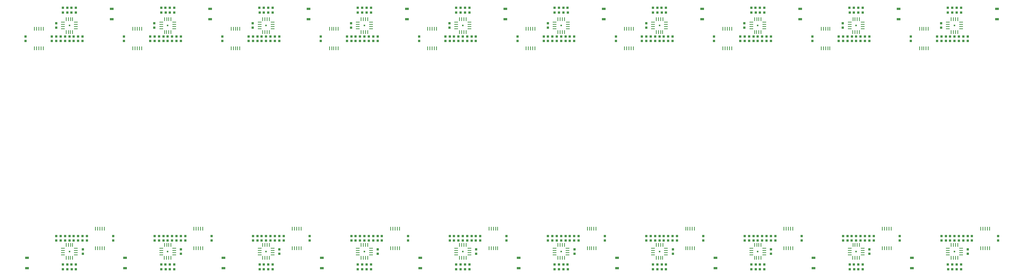
<source format=gbp>
G04 EAGLE Gerber RS-274X export*
G75*
%MOMM*%
%FSLAX34Y34*%
%LPD*%
%INSolderpaste Bottom*%
%IPPOS*%
%AMOC8*
5,1,8,0,0,1.08239X$1,22.5*%
G01*
%ADD10R,0.600000X0.600000*%
%ADD11R,0.250000X0.875000*%
%ADD12R,0.400000X0.400000*%
%ADD13R,0.240000X0.850000*%
%ADD14R,0.850000X0.240000*%
%ADD15R,0.830000X0.630000*%


D10*
X210000Y125000D03*
X210000Y115000D03*
X150000Y125000D03*
X150000Y115000D03*
D11*
X190000Y97375D03*
X185000Y97375D03*
X180000Y97375D03*
X175000Y97375D03*
X170000Y97375D03*
X170000Y142625D03*
X175000Y142625D03*
X180000Y142625D03*
X185000Y142625D03*
X190000Y142625D03*
D10*
X130000Y115000D03*
X130000Y125000D03*
X120000Y125000D03*
X120000Y115000D03*
X110000Y125000D03*
X110000Y115000D03*
X100000Y125000D03*
X100000Y115000D03*
X140000Y115000D03*
X140000Y125000D03*
X80000Y125000D03*
X80000Y115000D03*
X90000Y125000D03*
X90000Y115000D03*
X105100Y49500D03*
X95100Y49500D03*
X125100Y49500D03*
X115100Y49500D03*
X105000Y60000D03*
X95000Y60000D03*
X125000Y60000D03*
X115000Y60000D03*
D12*
X110000Y90000D03*
D13*
X117550Y105000D03*
X112550Y105000D03*
X107550Y105000D03*
X102550Y105000D03*
D14*
X125000Y82450D03*
X125000Y87450D03*
X125000Y92450D03*
X125000Y97450D03*
D13*
X102450Y75000D03*
X107450Y75000D03*
X112450Y75000D03*
X117450Y75000D03*
D14*
X95000Y82450D03*
X95000Y87450D03*
X95000Y92450D03*
X95000Y97450D03*
D10*
X140500Y95000D03*
X140500Y85000D03*
D15*
X12700Y75000D03*
X12700Y52000D03*
D10*
X435069Y125000D03*
X435069Y115000D03*
X375069Y125000D03*
X375069Y115000D03*
D11*
X415069Y97375D03*
X410069Y97375D03*
X405069Y97375D03*
X400069Y97375D03*
X395069Y97375D03*
X395069Y142625D03*
X400069Y142625D03*
X405069Y142625D03*
X410069Y142625D03*
X415069Y142625D03*
D10*
X355069Y115000D03*
X355069Y125000D03*
X345069Y125000D03*
X345069Y115000D03*
X335069Y125000D03*
X335069Y115000D03*
X325069Y125000D03*
X325069Y115000D03*
X365069Y115000D03*
X365069Y125000D03*
X305069Y125000D03*
X305069Y115000D03*
X315069Y125000D03*
X315069Y115000D03*
X330169Y49500D03*
X320169Y49500D03*
X350169Y49500D03*
X340169Y49500D03*
X330069Y60000D03*
X320069Y60000D03*
X350069Y60000D03*
X340069Y60000D03*
D12*
X335069Y90000D03*
D13*
X342619Y105000D03*
X337619Y105000D03*
X332619Y105000D03*
X327619Y105000D03*
D14*
X350069Y82450D03*
X350069Y87450D03*
X350069Y92450D03*
X350069Y97450D03*
D13*
X327519Y75000D03*
X332519Y75000D03*
X337519Y75000D03*
X342519Y75000D03*
D14*
X320069Y82450D03*
X320069Y87450D03*
X320069Y92450D03*
X320069Y97450D03*
D10*
X365569Y95000D03*
X365569Y85000D03*
D15*
X237769Y75000D03*
X237769Y52000D03*
D10*
X660164Y125000D03*
X660164Y115000D03*
X600164Y125000D03*
X600164Y115000D03*
D11*
X640164Y97375D03*
X635164Y97375D03*
X630164Y97375D03*
X625164Y97375D03*
X620164Y97375D03*
X620164Y142625D03*
X625164Y142625D03*
X630164Y142625D03*
X635164Y142625D03*
X640164Y142625D03*
D10*
X580164Y115000D03*
X580164Y125000D03*
X570164Y125000D03*
X570164Y115000D03*
X560164Y125000D03*
X560164Y115000D03*
X550164Y125000D03*
X550164Y115000D03*
X590164Y115000D03*
X590164Y125000D03*
X530164Y125000D03*
X530164Y115000D03*
X540164Y125000D03*
X540164Y115000D03*
X555264Y49500D03*
X545264Y49500D03*
X575264Y49500D03*
X565264Y49500D03*
X555164Y60000D03*
X545164Y60000D03*
X575164Y60000D03*
X565164Y60000D03*
D12*
X560164Y90000D03*
D13*
X567714Y105000D03*
X562714Y105000D03*
X557714Y105000D03*
X552714Y105000D03*
D14*
X575164Y82450D03*
X575164Y87450D03*
X575164Y92450D03*
X575164Y97450D03*
D13*
X552614Y75000D03*
X557614Y75000D03*
X562614Y75000D03*
X567614Y75000D03*
D14*
X545164Y82450D03*
X545164Y87450D03*
X545164Y92450D03*
X545164Y97450D03*
D10*
X590664Y95000D03*
X590664Y85000D03*
D15*
X462864Y75000D03*
X462864Y52000D03*
D10*
X885234Y125000D03*
X885234Y115000D03*
X825234Y125000D03*
X825234Y115000D03*
D11*
X865234Y97375D03*
X860234Y97375D03*
X855234Y97375D03*
X850234Y97375D03*
X845234Y97375D03*
X845234Y142625D03*
X850234Y142625D03*
X855234Y142625D03*
X860234Y142625D03*
X865234Y142625D03*
D10*
X805234Y115000D03*
X805234Y125000D03*
X795234Y125000D03*
X795234Y115000D03*
X785234Y125000D03*
X785234Y115000D03*
X775234Y125000D03*
X775234Y115000D03*
X815234Y115000D03*
X815234Y125000D03*
X755234Y125000D03*
X755234Y115000D03*
X765234Y125000D03*
X765234Y115000D03*
X780334Y49500D03*
X770334Y49500D03*
X800334Y49500D03*
X790334Y49500D03*
X780234Y60000D03*
X770234Y60000D03*
X800234Y60000D03*
X790234Y60000D03*
D12*
X785234Y90000D03*
D13*
X792784Y105000D03*
X787784Y105000D03*
X782784Y105000D03*
X777784Y105000D03*
D14*
X800234Y82450D03*
X800234Y87450D03*
X800234Y92450D03*
X800234Y97450D03*
D13*
X777684Y75000D03*
X782684Y75000D03*
X787684Y75000D03*
X792684Y75000D03*
D14*
X770234Y82450D03*
X770234Y87450D03*
X770234Y92450D03*
X770234Y97450D03*
D10*
X815734Y95000D03*
X815734Y85000D03*
D15*
X687934Y75000D03*
X687934Y52000D03*
D10*
X1110328Y125000D03*
X1110328Y115000D03*
X1050328Y125000D03*
X1050328Y115000D03*
D11*
X1090328Y97375D03*
X1085328Y97375D03*
X1080328Y97375D03*
X1075328Y97375D03*
X1070328Y97375D03*
X1070328Y142625D03*
X1075328Y142625D03*
X1080328Y142625D03*
X1085328Y142625D03*
X1090328Y142625D03*
D10*
X1030328Y115000D03*
X1030328Y125000D03*
X1020328Y125000D03*
X1020328Y115000D03*
X1010328Y125000D03*
X1010328Y115000D03*
X1000328Y125000D03*
X1000328Y115000D03*
X1040328Y115000D03*
X1040328Y125000D03*
X980328Y125000D03*
X980328Y115000D03*
X990328Y125000D03*
X990328Y115000D03*
X1005428Y49500D03*
X995428Y49500D03*
X1025428Y49500D03*
X1015428Y49500D03*
X1005328Y60000D03*
X995328Y60000D03*
X1025328Y60000D03*
X1015328Y60000D03*
D12*
X1010328Y90000D03*
D13*
X1017878Y105000D03*
X1012878Y105000D03*
X1007878Y105000D03*
X1002878Y105000D03*
D14*
X1025328Y82450D03*
X1025328Y87450D03*
X1025328Y92450D03*
X1025328Y97450D03*
D13*
X1002778Y75000D03*
X1007778Y75000D03*
X1012778Y75000D03*
X1017778Y75000D03*
D14*
X995328Y82450D03*
X995328Y87450D03*
X995328Y92450D03*
X995328Y97450D03*
D10*
X1040828Y95000D03*
X1040828Y85000D03*
D15*
X913028Y75000D03*
X913028Y52000D03*
D10*
X1335398Y125000D03*
X1335398Y115000D03*
X1275398Y125000D03*
X1275398Y115000D03*
D11*
X1315398Y97375D03*
X1310398Y97375D03*
X1305398Y97375D03*
X1300398Y97375D03*
X1295398Y97375D03*
X1295398Y142625D03*
X1300398Y142625D03*
X1305398Y142625D03*
X1310398Y142625D03*
X1315398Y142625D03*
D10*
X1255398Y115000D03*
X1255398Y125000D03*
X1245398Y125000D03*
X1245398Y115000D03*
X1235398Y125000D03*
X1235398Y115000D03*
X1225398Y125000D03*
X1225398Y115000D03*
X1265398Y115000D03*
X1265398Y125000D03*
X1205398Y125000D03*
X1205398Y115000D03*
X1215398Y125000D03*
X1215398Y115000D03*
X1230498Y49500D03*
X1220498Y49500D03*
X1250498Y49500D03*
X1240498Y49500D03*
X1230398Y60000D03*
X1220398Y60000D03*
X1250398Y60000D03*
X1240398Y60000D03*
D12*
X1235398Y90000D03*
D13*
X1242948Y105000D03*
X1237948Y105000D03*
X1232948Y105000D03*
X1227948Y105000D03*
D14*
X1250398Y82450D03*
X1250398Y87450D03*
X1250398Y92450D03*
X1250398Y97450D03*
D13*
X1227848Y75000D03*
X1232848Y75000D03*
X1237848Y75000D03*
X1242848Y75000D03*
D14*
X1220398Y82450D03*
X1220398Y87450D03*
X1220398Y92450D03*
X1220398Y97450D03*
D10*
X1265898Y95000D03*
X1265898Y85000D03*
D15*
X1138098Y75000D03*
X1138098Y52000D03*
D10*
X1560493Y125000D03*
X1560493Y115000D03*
X1500493Y125000D03*
X1500493Y115000D03*
D11*
X1540493Y97375D03*
X1535493Y97375D03*
X1530493Y97375D03*
X1525493Y97375D03*
X1520493Y97375D03*
X1520493Y142625D03*
X1525493Y142625D03*
X1530493Y142625D03*
X1535493Y142625D03*
X1540493Y142625D03*
D10*
X1480493Y115000D03*
X1480493Y125000D03*
X1470493Y125000D03*
X1470493Y115000D03*
X1460493Y125000D03*
X1460493Y115000D03*
X1450493Y125000D03*
X1450493Y115000D03*
X1490493Y115000D03*
X1490493Y125000D03*
X1430493Y125000D03*
X1430493Y115000D03*
X1440493Y125000D03*
X1440493Y115000D03*
X1455593Y49500D03*
X1445593Y49500D03*
X1475593Y49500D03*
X1465593Y49500D03*
X1455493Y60000D03*
X1445493Y60000D03*
X1475493Y60000D03*
X1465493Y60000D03*
D12*
X1460493Y90000D03*
D13*
X1468043Y105000D03*
X1463043Y105000D03*
X1458043Y105000D03*
X1453043Y105000D03*
D14*
X1475493Y82450D03*
X1475493Y87450D03*
X1475493Y92450D03*
X1475493Y97450D03*
D13*
X1452943Y75000D03*
X1457943Y75000D03*
X1462943Y75000D03*
X1467943Y75000D03*
D14*
X1445493Y82450D03*
X1445493Y87450D03*
X1445493Y92450D03*
X1445493Y97450D03*
D10*
X1490993Y95000D03*
X1490993Y85000D03*
D15*
X1363193Y75000D03*
X1363193Y52000D03*
D10*
X1785562Y125000D03*
X1785562Y115000D03*
X1725562Y125000D03*
X1725562Y115000D03*
D11*
X1765562Y97375D03*
X1760562Y97375D03*
X1755562Y97375D03*
X1750562Y97375D03*
X1745562Y97375D03*
X1745562Y142625D03*
X1750562Y142625D03*
X1755562Y142625D03*
X1760562Y142625D03*
X1765562Y142625D03*
D10*
X1705562Y115000D03*
X1705562Y125000D03*
X1695562Y125000D03*
X1695562Y115000D03*
X1685562Y125000D03*
X1685562Y115000D03*
X1675562Y125000D03*
X1675562Y115000D03*
X1715562Y115000D03*
X1715562Y125000D03*
X1655562Y125000D03*
X1655562Y115000D03*
X1665562Y125000D03*
X1665562Y115000D03*
X1680662Y49500D03*
X1670662Y49500D03*
X1700662Y49500D03*
X1690662Y49500D03*
X1680562Y60000D03*
X1670562Y60000D03*
X1700562Y60000D03*
X1690562Y60000D03*
D12*
X1685562Y90000D03*
D13*
X1693112Y105000D03*
X1688112Y105000D03*
X1683112Y105000D03*
X1678112Y105000D03*
D14*
X1700562Y82450D03*
X1700562Y87450D03*
X1700562Y92450D03*
X1700562Y97450D03*
D13*
X1678012Y75000D03*
X1683012Y75000D03*
X1688012Y75000D03*
X1693012Y75000D03*
D14*
X1670562Y82450D03*
X1670562Y87450D03*
X1670562Y92450D03*
X1670562Y97450D03*
D10*
X1716062Y95000D03*
X1716062Y85000D03*
D15*
X1588262Y75000D03*
X1588262Y52000D03*
D10*
X2010631Y125000D03*
X2010631Y115000D03*
X1950631Y125000D03*
X1950631Y115000D03*
D11*
X1990631Y97375D03*
X1985631Y97375D03*
X1980631Y97375D03*
X1975631Y97375D03*
X1970631Y97375D03*
X1970631Y142625D03*
X1975631Y142625D03*
X1980631Y142625D03*
X1985631Y142625D03*
X1990631Y142625D03*
D10*
X1930631Y115000D03*
X1930631Y125000D03*
X1920631Y125000D03*
X1920631Y115000D03*
X1910631Y125000D03*
X1910631Y115000D03*
X1900631Y125000D03*
X1900631Y115000D03*
X1940631Y115000D03*
X1940631Y125000D03*
X1880631Y125000D03*
X1880631Y115000D03*
X1890631Y125000D03*
X1890631Y115000D03*
X1905731Y49500D03*
X1895731Y49500D03*
X1925731Y49500D03*
X1915731Y49500D03*
X1905631Y60000D03*
X1895631Y60000D03*
X1925631Y60000D03*
X1915631Y60000D03*
D12*
X1910631Y90000D03*
D13*
X1918181Y105000D03*
X1913181Y105000D03*
X1908181Y105000D03*
X1903181Y105000D03*
D14*
X1925631Y82450D03*
X1925631Y87450D03*
X1925631Y92450D03*
X1925631Y97450D03*
D13*
X1903081Y75000D03*
X1908081Y75000D03*
X1913081Y75000D03*
X1918081Y75000D03*
D14*
X1895631Y82450D03*
X1895631Y87450D03*
X1895631Y92450D03*
X1895631Y97450D03*
D10*
X1941131Y95000D03*
X1941131Y85000D03*
D15*
X1813331Y75000D03*
X1813331Y52000D03*
D10*
X2235726Y125000D03*
X2235726Y115000D03*
X2175726Y125000D03*
X2175726Y115000D03*
D11*
X2215726Y97375D03*
X2210726Y97375D03*
X2205726Y97375D03*
X2200726Y97375D03*
X2195726Y97375D03*
X2195726Y142625D03*
X2200726Y142625D03*
X2205726Y142625D03*
X2210726Y142625D03*
X2215726Y142625D03*
D10*
X2155726Y115000D03*
X2155726Y125000D03*
X2145726Y125000D03*
X2145726Y115000D03*
X2135726Y125000D03*
X2135726Y115000D03*
X2125726Y125000D03*
X2125726Y115000D03*
X2165726Y115000D03*
X2165726Y125000D03*
X2105726Y125000D03*
X2105726Y115000D03*
X2115726Y125000D03*
X2115726Y115000D03*
X2130826Y49500D03*
X2120826Y49500D03*
X2150826Y49500D03*
X2140826Y49500D03*
X2130726Y60000D03*
X2120726Y60000D03*
X2150726Y60000D03*
X2140726Y60000D03*
D12*
X2135726Y90000D03*
D13*
X2143276Y105000D03*
X2138276Y105000D03*
X2133276Y105000D03*
X2128276Y105000D03*
D14*
X2150726Y82450D03*
X2150726Y87450D03*
X2150726Y92450D03*
X2150726Y97450D03*
D13*
X2128176Y75000D03*
X2133176Y75000D03*
X2138176Y75000D03*
X2143176Y75000D03*
D14*
X2120726Y82450D03*
X2120726Y87450D03*
X2120726Y92450D03*
X2120726Y97450D03*
D10*
X2166226Y95000D03*
X2166226Y85000D03*
D15*
X2038426Y75000D03*
X2038426Y52000D03*
D10*
X9989Y573500D03*
X9989Y583500D03*
X69989Y573500D03*
X69989Y583500D03*
D11*
X29989Y601125D03*
X34989Y601125D03*
X39989Y601125D03*
X44989Y601125D03*
X49989Y601125D03*
X49989Y555875D03*
X44989Y555875D03*
X39989Y555875D03*
X34989Y555875D03*
X29989Y555875D03*
D10*
X89989Y583500D03*
X89989Y573500D03*
X99989Y573500D03*
X99989Y583500D03*
X109989Y573500D03*
X109989Y583500D03*
X119989Y573500D03*
X119989Y583500D03*
X79989Y583500D03*
X79989Y573500D03*
X139989Y573500D03*
X139989Y583500D03*
X129989Y573500D03*
X129989Y583500D03*
X114889Y649000D03*
X124889Y649000D03*
X94889Y649000D03*
X104889Y649000D03*
X114989Y638500D03*
X124989Y638500D03*
X94989Y638500D03*
X104989Y638500D03*
D12*
X109989Y608500D03*
D13*
X102439Y593500D03*
X107439Y593500D03*
X112439Y593500D03*
X117439Y593500D03*
D14*
X94989Y616050D03*
X94989Y611050D03*
X94989Y606050D03*
X94989Y601050D03*
D13*
X117539Y623500D03*
X112539Y623500D03*
X107539Y623500D03*
X102539Y623500D03*
D14*
X124989Y616050D03*
X124989Y611050D03*
X124989Y606050D03*
X124989Y601050D03*
D10*
X79489Y603500D03*
X79489Y613500D03*
D15*
X207289Y623500D03*
X207289Y646500D03*
D10*
X235084Y573500D03*
X235084Y583500D03*
X295084Y573500D03*
X295084Y583500D03*
D11*
X255084Y601125D03*
X260084Y601125D03*
X265084Y601125D03*
X270084Y601125D03*
X275084Y601125D03*
X275084Y555875D03*
X270084Y555875D03*
X265084Y555875D03*
X260084Y555875D03*
X255084Y555875D03*
D10*
X315084Y583500D03*
X315084Y573500D03*
X325084Y573500D03*
X325084Y583500D03*
X335084Y573500D03*
X335084Y583500D03*
X345084Y573500D03*
X345084Y583500D03*
X305084Y583500D03*
X305084Y573500D03*
X365084Y573500D03*
X365084Y583500D03*
X355084Y573500D03*
X355084Y583500D03*
X339984Y649000D03*
X349984Y649000D03*
X319984Y649000D03*
X329984Y649000D03*
X340084Y638500D03*
X350084Y638500D03*
X320084Y638500D03*
X330084Y638500D03*
D12*
X335084Y608500D03*
D13*
X327534Y593500D03*
X332534Y593500D03*
X337534Y593500D03*
X342534Y593500D03*
D14*
X320084Y616050D03*
X320084Y611050D03*
X320084Y606050D03*
X320084Y601050D03*
D13*
X342634Y623500D03*
X337634Y623500D03*
X332634Y623500D03*
X327634Y623500D03*
D14*
X350084Y616050D03*
X350084Y611050D03*
X350084Y606050D03*
X350084Y601050D03*
D10*
X304584Y603500D03*
X304584Y613500D03*
D15*
X432384Y623500D03*
X432384Y646500D03*
D10*
X460154Y573500D03*
X460154Y583500D03*
X520154Y573500D03*
X520154Y583500D03*
D11*
X480154Y601125D03*
X485154Y601125D03*
X490154Y601125D03*
X495154Y601125D03*
X500154Y601125D03*
X500154Y555875D03*
X495154Y555875D03*
X490154Y555875D03*
X485154Y555875D03*
X480154Y555875D03*
D10*
X540154Y583500D03*
X540154Y573500D03*
X550154Y573500D03*
X550154Y583500D03*
X560154Y573500D03*
X560154Y583500D03*
X570154Y573500D03*
X570154Y583500D03*
X530154Y583500D03*
X530154Y573500D03*
X590154Y573500D03*
X590154Y583500D03*
X580154Y573500D03*
X580154Y583500D03*
X565054Y649000D03*
X575054Y649000D03*
X545054Y649000D03*
X555054Y649000D03*
X565154Y638500D03*
X575154Y638500D03*
X545154Y638500D03*
X555154Y638500D03*
D12*
X560154Y608500D03*
D13*
X552604Y593500D03*
X557604Y593500D03*
X562604Y593500D03*
X567604Y593500D03*
D14*
X545154Y616050D03*
X545154Y611050D03*
X545154Y606050D03*
X545154Y601050D03*
D13*
X567704Y623500D03*
X562704Y623500D03*
X557704Y623500D03*
X552704Y623500D03*
D14*
X575154Y616050D03*
X575154Y611050D03*
X575154Y606050D03*
X575154Y601050D03*
D10*
X529654Y603500D03*
X529654Y613500D03*
D15*
X657454Y623500D03*
X657454Y646500D03*
D10*
X685248Y573500D03*
X685248Y583500D03*
X745248Y573500D03*
X745248Y583500D03*
D11*
X705248Y601125D03*
X710248Y601125D03*
X715248Y601125D03*
X720248Y601125D03*
X725248Y601125D03*
X725248Y555875D03*
X720248Y555875D03*
X715248Y555875D03*
X710248Y555875D03*
X705248Y555875D03*
D10*
X765248Y583500D03*
X765248Y573500D03*
X775248Y573500D03*
X775248Y583500D03*
X785248Y573500D03*
X785248Y583500D03*
X795248Y573500D03*
X795248Y583500D03*
X755248Y583500D03*
X755248Y573500D03*
X815248Y573500D03*
X815248Y583500D03*
X805248Y573500D03*
X805248Y583500D03*
X790148Y649000D03*
X800148Y649000D03*
X770148Y649000D03*
X780148Y649000D03*
X790248Y638500D03*
X800248Y638500D03*
X770248Y638500D03*
X780248Y638500D03*
D12*
X785248Y608500D03*
D13*
X777698Y593500D03*
X782698Y593500D03*
X787698Y593500D03*
X792698Y593500D03*
D14*
X770248Y616050D03*
X770248Y611050D03*
X770248Y606050D03*
X770248Y601050D03*
D13*
X792798Y623500D03*
X787798Y623500D03*
X782798Y623500D03*
X777798Y623500D03*
D14*
X800248Y616050D03*
X800248Y611050D03*
X800248Y606050D03*
X800248Y601050D03*
D10*
X754748Y603500D03*
X754748Y613500D03*
D15*
X882548Y623500D03*
X882548Y646500D03*
D10*
X910318Y573500D03*
X910318Y583500D03*
X970318Y573500D03*
X970318Y583500D03*
D11*
X930318Y601125D03*
X935318Y601125D03*
X940318Y601125D03*
X945318Y601125D03*
X950318Y601125D03*
X950318Y555875D03*
X945318Y555875D03*
X940318Y555875D03*
X935318Y555875D03*
X930318Y555875D03*
D10*
X990318Y583500D03*
X990318Y573500D03*
X1000318Y573500D03*
X1000318Y583500D03*
X1010318Y573500D03*
X1010318Y583500D03*
X1020318Y573500D03*
X1020318Y583500D03*
X980318Y583500D03*
X980318Y573500D03*
X1040318Y573500D03*
X1040318Y583500D03*
X1030318Y573500D03*
X1030318Y583500D03*
X1015218Y649000D03*
X1025218Y649000D03*
X995218Y649000D03*
X1005218Y649000D03*
X1015318Y638500D03*
X1025318Y638500D03*
X995318Y638500D03*
X1005318Y638500D03*
D12*
X1010318Y608500D03*
D13*
X1002768Y593500D03*
X1007768Y593500D03*
X1012768Y593500D03*
X1017768Y593500D03*
D14*
X995318Y616050D03*
X995318Y611050D03*
X995318Y606050D03*
X995318Y601050D03*
D13*
X1017868Y623500D03*
X1012868Y623500D03*
X1007868Y623500D03*
X1002868Y623500D03*
D14*
X1025318Y616050D03*
X1025318Y611050D03*
X1025318Y606050D03*
X1025318Y601050D03*
D10*
X979818Y603500D03*
X979818Y613500D03*
D15*
X1107618Y623500D03*
X1107618Y646500D03*
D10*
X1135413Y573500D03*
X1135413Y583500D03*
X1195413Y573500D03*
X1195413Y583500D03*
D11*
X1155413Y601125D03*
X1160413Y601125D03*
X1165413Y601125D03*
X1170413Y601125D03*
X1175413Y601125D03*
X1175413Y555875D03*
X1170413Y555875D03*
X1165413Y555875D03*
X1160413Y555875D03*
X1155413Y555875D03*
D10*
X1215413Y583500D03*
X1215413Y573500D03*
X1225413Y573500D03*
X1225413Y583500D03*
X1235413Y573500D03*
X1235413Y583500D03*
X1245413Y573500D03*
X1245413Y583500D03*
X1205413Y583500D03*
X1205413Y573500D03*
X1265413Y573500D03*
X1265413Y583500D03*
X1255413Y573500D03*
X1255413Y583500D03*
X1240313Y649000D03*
X1250313Y649000D03*
X1220313Y649000D03*
X1230313Y649000D03*
X1240413Y638500D03*
X1250413Y638500D03*
X1220413Y638500D03*
X1230413Y638500D03*
D12*
X1235413Y608500D03*
D13*
X1227863Y593500D03*
X1232863Y593500D03*
X1237863Y593500D03*
X1242863Y593500D03*
D14*
X1220413Y616050D03*
X1220413Y611050D03*
X1220413Y606050D03*
X1220413Y601050D03*
D13*
X1242963Y623500D03*
X1237963Y623500D03*
X1232963Y623500D03*
X1227963Y623500D03*
D14*
X1250413Y616050D03*
X1250413Y611050D03*
X1250413Y606050D03*
X1250413Y601050D03*
D10*
X1204913Y603500D03*
X1204913Y613500D03*
D15*
X1332713Y623500D03*
X1332713Y646500D03*
D10*
X1360482Y573500D03*
X1360482Y583500D03*
X1420482Y573500D03*
X1420482Y583500D03*
D11*
X1380482Y601125D03*
X1385482Y601125D03*
X1390482Y601125D03*
X1395482Y601125D03*
X1400482Y601125D03*
X1400482Y555875D03*
X1395482Y555875D03*
X1390482Y555875D03*
X1385482Y555875D03*
X1380482Y555875D03*
D10*
X1440482Y583500D03*
X1440482Y573500D03*
X1450482Y573500D03*
X1450482Y583500D03*
X1460482Y573500D03*
X1460482Y583500D03*
X1470482Y573500D03*
X1470482Y583500D03*
X1430482Y583500D03*
X1430482Y573500D03*
X1490482Y573500D03*
X1490482Y583500D03*
X1480482Y573500D03*
X1480482Y583500D03*
X1465382Y649000D03*
X1475382Y649000D03*
X1445382Y649000D03*
X1455382Y649000D03*
X1465482Y638500D03*
X1475482Y638500D03*
X1445482Y638500D03*
X1455482Y638500D03*
D12*
X1460482Y608500D03*
D13*
X1452932Y593500D03*
X1457932Y593500D03*
X1462932Y593500D03*
X1467932Y593500D03*
D14*
X1445482Y616050D03*
X1445482Y611050D03*
X1445482Y606050D03*
X1445482Y601050D03*
D13*
X1468032Y623500D03*
X1463032Y623500D03*
X1458032Y623500D03*
X1453032Y623500D03*
D14*
X1475482Y616050D03*
X1475482Y611050D03*
X1475482Y606050D03*
X1475482Y601050D03*
D10*
X1429982Y603500D03*
X1429982Y613500D03*
D15*
X1557782Y623500D03*
X1557782Y646500D03*
D10*
X1585551Y573500D03*
X1585551Y583500D03*
X1645551Y573500D03*
X1645551Y583500D03*
D11*
X1605551Y601125D03*
X1610551Y601125D03*
X1615551Y601125D03*
X1620551Y601125D03*
X1625551Y601125D03*
X1625551Y555875D03*
X1620551Y555875D03*
X1615551Y555875D03*
X1610551Y555875D03*
X1605551Y555875D03*
D10*
X1665551Y583500D03*
X1665551Y573500D03*
X1675551Y573500D03*
X1675551Y583500D03*
X1685551Y573500D03*
X1685551Y583500D03*
X1695551Y573500D03*
X1695551Y583500D03*
X1655551Y583500D03*
X1655551Y573500D03*
X1715551Y573500D03*
X1715551Y583500D03*
X1705551Y573500D03*
X1705551Y583500D03*
X1690451Y649000D03*
X1700451Y649000D03*
X1670451Y649000D03*
X1680451Y649000D03*
X1690551Y638500D03*
X1700551Y638500D03*
X1670551Y638500D03*
X1680551Y638500D03*
D12*
X1685551Y608500D03*
D13*
X1678001Y593500D03*
X1683001Y593500D03*
X1688001Y593500D03*
X1693001Y593500D03*
D14*
X1670551Y616050D03*
X1670551Y611050D03*
X1670551Y606050D03*
X1670551Y601050D03*
D13*
X1693101Y623500D03*
X1688101Y623500D03*
X1683101Y623500D03*
X1678101Y623500D03*
D14*
X1700551Y616050D03*
X1700551Y611050D03*
X1700551Y606050D03*
X1700551Y601050D03*
D10*
X1655051Y603500D03*
X1655051Y613500D03*
D15*
X1782851Y623500D03*
X1782851Y646500D03*
D10*
X1810646Y573500D03*
X1810646Y583500D03*
X1870646Y573500D03*
X1870646Y583500D03*
D11*
X1830646Y601125D03*
X1835646Y601125D03*
X1840646Y601125D03*
X1845646Y601125D03*
X1850646Y601125D03*
X1850646Y555875D03*
X1845646Y555875D03*
X1840646Y555875D03*
X1835646Y555875D03*
X1830646Y555875D03*
D10*
X1890646Y583500D03*
X1890646Y573500D03*
X1900646Y573500D03*
X1900646Y583500D03*
X1910646Y573500D03*
X1910646Y583500D03*
X1920646Y573500D03*
X1920646Y583500D03*
X1880646Y583500D03*
X1880646Y573500D03*
X1940646Y573500D03*
X1940646Y583500D03*
X1930646Y573500D03*
X1930646Y583500D03*
X1915546Y649000D03*
X1925546Y649000D03*
X1895546Y649000D03*
X1905546Y649000D03*
X1915646Y638500D03*
X1925646Y638500D03*
X1895646Y638500D03*
X1905646Y638500D03*
D12*
X1910646Y608500D03*
D13*
X1903096Y593500D03*
X1908096Y593500D03*
X1913096Y593500D03*
X1918096Y593500D03*
D14*
X1895646Y616050D03*
X1895646Y611050D03*
X1895646Y606050D03*
X1895646Y601050D03*
D13*
X1918196Y623500D03*
X1913196Y623500D03*
X1908196Y623500D03*
X1903196Y623500D03*
D14*
X1925646Y616050D03*
X1925646Y611050D03*
X1925646Y606050D03*
X1925646Y601050D03*
D10*
X1880146Y603500D03*
X1880146Y613500D03*
D15*
X2007946Y623500D03*
X2007946Y646500D03*
D10*
X2035716Y573500D03*
X2035716Y583500D03*
X2095716Y573500D03*
X2095716Y583500D03*
D11*
X2055716Y601125D03*
X2060716Y601125D03*
X2065716Y601125D03*
X2070716Y601125D03*
X2075716Y601125D03*
X2075716Y555875D03*
X2070716Y555875D03*
X2065716Y555875D03*
X2060716Y555875D03*
X2055716Y555875D03*
D10*
X2115716Y583500D03*
X2115716Y573500D03*
X2125716Y573500D03*
X2125716Y583500D03*
X2135716Y573500D03*
X2135716Y583500D03*
X2145716Y573500D03*
X2145716Y583500D03*
X2105716Y583500D03*
X2105716Y573500D03*
X2165716Y573500D03*
X2165716Y583500D03*
X2155716Y573500D03*
X2155716Y583500D03*
X2140616Y649000D03*
X2150616Y649000D03*
X2120616Y649000D03*
X2130616Y649000D03*
X2140716Y638500D03*
X2150716Y638500D03*
X2120716Y638500D03*
X2130716Y638500D03*
D12*
X2135716Y608500D03*
D13*
X2128166Y593500D03*
X2133166Y593500D03*
X2138166Y593500D03*
X2143166Y593500D03*
D14*
X2120716Y616050D03*
X2120716Y611050D03*
X2120716Y606050D03*
X2120716Y601050D03*
D13*
X2143266Y623500D03*
X2138266Y623500D03*
X2133266Y623500D03*
X2128266Y623500D03*
D14*
X2150716Y616050D03*
X2150716Y611050D03*
X2150716Y606050D03*
X2150716Y601050D03*
D10*
X2105216Y603500D03*
X2105216Y613500D03*
D15*
X2233016Y623500D03*
X2233016Y646500D03*
M02*

</source>
